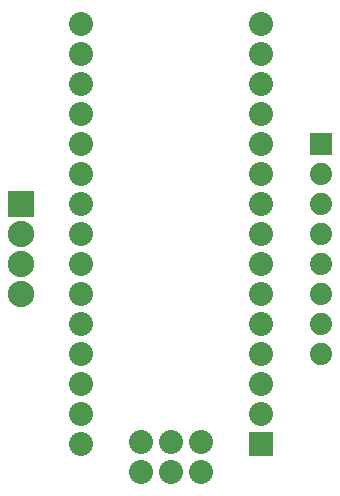
<source format=gbs>
G04 MADE WITH FRITZING*
G04 WWW.FRITZING.ORG*
G04 DOUBLE SIDED*
G04 HOLES PLATED*
G04 CONTOUR ON CENTER OF CONTOUR VECTOR*
%ASAXBY*%
%FSLAX23Y23*%
%MOIN*%
%OFA0B0*%
%SFA1.0B1.0*%
%ADD10C,0.074000*%
%ADD11C,0.080000*%
%ADD12C,0.088000*%
%ADD13R,0.074000X0.074000*%
%ADD14R,0.079958X0.080000*%
%ADD15R,0.087944X0.087986*%
%LNMASK0*%
G90*
G70*
G54D10*
X1270Y1183D03*
X1270Y1083D03*
X1270Y983D03*
X1270Y883D03*
X1270Y783D03*
X1270Y683D03*
X1270Y583D03*
X1270Y483D03*
G54D11*
X1070Y183D03*
X1070Y283D03*
X1070Y383D03*
X1070Y483D03*
X1070Y583D03*
X1070Y683D03*
X1070Y783D03*
X1070Y883D03*
X1070Y983D03*
X1070Y1083D03*
X1070Y1183D03*
X1070Y1283D03*
X1070Y1383D03*
X1070Y1483D03*
X1070Y1583D03*
X470Y183D03*
X470Y283D03*
X470Y383D03*
X470Y483D03*
X470Y583D03*
X470Y683D03*
X470Y783D03*
X470Y883D03*
X470Y983D03*
X470Y1083D03*
X470Y1183D03*
X470Y1283D03*
X470Y1383D03*
X470Y1483D03*
X470Y1583D03*
X870Y88D03*
X870Y188D03*
X770Y88D03*
X770Y188D03*
X669Y88D03*
X669Y188D03*
G54D12*
X270Y983D03*
X270Y883D03*
X270Y783D03*
X270Y683D03*
G54D13*
X1270Y1183D03*
G54D14*
X1070Y183D03*
G54D15*
X270Y983D03*
G04 End of Mask0*
M02*
</source>
